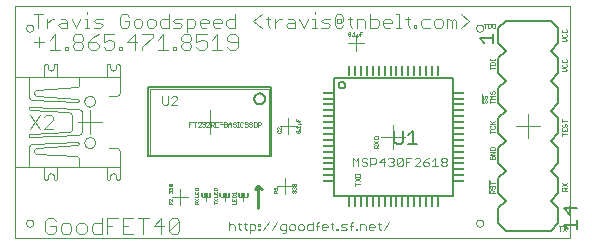
<source format=gto>
G75*
G70*
%OFA0B0*%
%FSLAX24Y24*%
%IPPOS*%
%LPD*%
%AMOC8*
5,1,8,0,0,1.08239X$1,22.5*
%
%ADD10C,0.0000*%
%ADD11C,0.0010*%
%ADD12C,0.0040*%
%ADD13C,0.0030*%
%ADD14C,0.0100*%
%ADD15R,0.0059X0.0118*%
%ADD16R,0.0118X0.0118*%
%ADD17C,0.0060*%
%ADD18C,0.0020*%
%ADD19C,0.0050*%
%ADD20R,0.0110X0.0382*%
%ADD21R,0.0382X0.0110*%
D10*
X000131Y000181D02*
X000131Y007927D01*
X018626Y007927D01*
X018626Y000181D01*
X000131Y000181D01*
X000513Y000681D02*
X000515Y000702D01*
X000521Y000722D01*
X000530Y000742D01*
X000542Y000759D01*
X000557Y000773D01*
X000575Y000785D01*
X000595Y000793D01*
X000615Y000798D01*
X000636Y000799D01*
X000657Y000796D01*
X000677Y000790D01*
X000696Y000779D01*
X000713Y000766D01*
X000726Y000750D01*
X000737Y000732D01*
X000745Y000712D01*
X000749Y000692D01*
X000749Y000670D01*
X000745Y000650D01*
X000737Y000630D01*
X000726Y000612D01*
X000713Y000596D01*
X000696Y000583D01*
X000677Y000572D01*
X000657Y000566D01*
X000636Y000563D01*
X000615Y000564D01*
X000595Y000569D01*
X000575Y000577D01*
X000557Y000589D01*
X000542Y000603D01*
X000530Y000620D01*
X000521Y000640D01*
X000515Y000660D01*
X000513Y000681D01*
X005362Y001556D02*
X005900Y001556D01*
X005631Y001288D02*
X005631Y001825D01*
X006372Y001556D02*
X006640Y001556D01*
X006506Y001422D02*
X006506Y001691D01*
X006997Y001556D02*
X007265Y001556D01*
X007131Y001422D02*
X007131Y001691D01*
X007622Y001556D02*
X007890Y001556D01*
X007756Y001422D02*
X007756Y001691D01*
X008862Y001931D02*
X009400Y001931D01*
X009131Y001663D02*
X009131Y002200D01*
X012356Y003556D02*
X013156Y003556D01*
X012756Y003156D02*
X012756Y003956D01*
X009525Y003931D02*
X008987Y003931D01*
X009256Y003663D02*
X009256Y004200D01*
X007031Y004056D02*
X006231Y004056D01*
X006631Y003656D02*
X006631Y004456D01*
X003031Y004056D02*
X002231Y004056D01*
X002631Y003656D02*
X002631Y004456D01*
X002454Y004745D02*
X002456Y004771D01*
X002462Y004797D01*
X002472Y004822D01*
X002485Y004845D01*
X002501Y004865D01*
X002521Y004883D01*
X002543Y004898D01*
X002566Y004910D01*
X002592Y004918D01*
X002618Y004922D01*
X002644Y004922D01*
X002670Y004918D01*
X002696Y004910D01*
X002720Y004898D01*
X002741Y004883D01*
X002761Y004865D01*
X002777Y004845D01*
X002790Y004822D01*
X002800Y004797D01*
X002806Y004771D01*
X002808Y004745D01*
X002806Y004719D01*
X002800Y004693D01*
X002790Y004668D01*
X002777Y004645D01*
X002761Y004625D01*
X002741Y004607D01*
X002719Y004592D01*
X002696Y004580D01*
X002670Y004572D01*
X002644Y004568D01*
X002618Y004568D01*
X002592Y004572D01*
X002566Y004580D01*
X002542Y004592D01*
X002521Y004607D01*
X002501Y004625D01*
X002485Y004645D01*
X002472Y004668D01*
X002462Y004693D01*
X002456Y004719D01*
X002454Y004745D01*
X002454Y003367D02*
X002456Y003393D01*
X002462Y003419D01*
X002472Y003444D01*
X002485Y003467D01*
X002501Y003487D01*
X002521Y003505D01*
X002543Y003520D01*
X002566Y003532D01*
X002592Y003540D01*
X002618Y003544D01*
X002644Y003544D01*
X002670Y003540D01*
X002696Y003532D01*
X002720Y003520D01*
X002741Y003505D01*
X002761Y003487D01*
X002777Y003467D01*
X002790Y003444D01*
X002800Y003419D01*
X002806Y003393D01*
X002808Y003367D01*
X002806Y003341D01*
X002800Y003315D01*
X002790Y003290D01*
X002777Y003267D01*
X002761Y003247D01*
X002741Y003229D01*
X002719Y003214D01*
X002696Y003202D01*
X002670Y003194D01*
X002644Y003190D01*
X002618Y003190D01*
X002592Y003194D01*
X002566Y003202D01*
X002542Y003214D01*
X002521Y003229D01*
X002501Y003247D01*
X002485Y003267D01*
X002472Y003290D01*
X002462Y003315D01*
X002456Y003341D01*
X002454Y003367D01*
X011237Y006681D02*
X011775Y006681D01*
X011506Y006413D02*
X011506Y006950D01*
X015513Y007181D02*
X015515Y007202D01*
X015521Y007222D01*
X015530Y007242D01*
X015542Y007259D01*
X015557Y007273D01*
X015575Y007285D01*
X015595Y007293D01*
X015615Y007298D01*
X015636Y007299D01*
X015657Y007296D01*
X015677Y007290D01*
X015696Y007279D01*
X015713Y007266D01*
X015726Y007250D01*
X015737Y007232D01*
X015745Y007212D01*
X015749Y007192D01*
X015749Y007170D01*
X015745Y007150D01*
X015737Y007130D01*
X015726Y007112D01*
X015713Y007096D01*
X015696Y007083D01*
X015677Y007072D01*
X015657Y007066D01*
X015636Y007063D01*
X015615Y007064D01*
X015595Y007069D01*
X015575Y007077D01*
X015557Y007089D01*
X015542Y007103D01*
X015530Y007120D01*
X015521Y007140D01*
X015515Y007160D01*
X015513Y007181D01*
X017256Y004331D02*
X017256Y003531D01*
X016856Y003931D02*
X017656Y003931D01*
X015513Y000681D02*
X015515Y000702D01*
X015521Y000722D01*
X015530Y000742D01*
X015542Y000759D01*
X015557Y000773D01*
X015575Y000785D01*
X015595Y000793D01*
X015615Y000798D01*
X015636Y000799D01*
X015657Y000796D01*
X015677Y000790D01*
X015696Y000779D01*
X015713Y000766D01*
X015726Y000750D01*
X015737Y000732D01*
X015745Y000712D01*
X015749Y000692D01*
X015749Y000670D01*
X015745Y000650D01*
X015737Y000630D01*
X015726Y000612D01*
X015713Y000596D01*
X015696Y000583D01*
X015677Y000572D01*
X015657Y000566D01*
X015636Y000563D01*
X015615Y000564D01*
X015595Y000569D01*
X015575Y000577D01*
X015557Y000589D01*
X015542Y000603D01*
X015530Y000620D01*
X015521Y000640D01*
X015515Y000660D01*
X015513Y000681D01*
X000513Y007181D02*
X000515Y007202D01*
X000521Y007222D01*
X000530Y007242D01*
X000542Y007259D01*
X000557Y007273D01*
X000575Y007285D01*
X000595Y007293D01*
X000615Y007298D01*
X000636Y007299D01*
X000657Y007296D01*
X000677Y007290D01*
X000696Y007279D01*
X000713Y007266D01*
X000726Y007250D01*
X000737Y007232D01*
X000745Y007212D01*
X000749Y007192D01*
X000749Y007170D01*
X000745Y007150D01*
X000737Y007130D01*
X000726Y007112D01*
X000713Y007096D01*
X000696Y007083D01*
X000677Y007072D01*
X000657Y007066D01*
X000636Y007063D01*
X000615Y007064D01*
X000595Y007069D01*
X000575Y007077D01*
X000557Y007089D01*
X000542Y007103D01*
X000530Y007120D01*
X000521Y007140D01*
X000515Y007160D01*
X000513Y007181D01*
D11*
X005931Y004052D02*
X006031Y004052D01*
X006078Y004052D02*
X006178Y004052D01*
X006128Y004052D02*
X006128Y003901D01*
X006225Y003901D02*
X006325Y004001D01*
X006325Y004026D01*
X006300Y004052D01*
X006250Y004052D01*
X006225Y004026D01*
X006373Y004026D02*
X006398Y004052D01*
X006448Y004052D01*
X006473Y004026D01*
X006473Y004001D01*
X006448Y003976D01*
X006473Y003951D01*
X006473Y003926D01*
X006448Y003901D01*
X006398Y003901D01*
X006373Y003926D01*
X006325Y003901D02*
X006225Y003901D01*
X006423Y003976D02*
X006448Y003976D01*
X006520Y004026D02*
X006545Y004052D01*
X006595Y004052D01*
X006620Y004026D01*
X006620Y004001D01*
X006520Y003901D01*
X006620Y003901D01*
X006667Y003901D02*
X006667Y004052D01*
X006742Y004052D01*
X006767Y004026D01*
X006767Y003976D01*
X006742Y003951D01*
X006667Y003951D01*
X006717Y003951D02*
X006767Y003901D01*
X006815Y003901D02*
X006915Y003901D01*
X006962Y003976D02*
X007062Y003976D01*
X007109Y003976D02*
X007184Y003976D01*
X007209Y003951D01*
X007209Y003926D01*
X007184Y003901D01*
X007109Y003901D01*
X007109Y004052D01*
X007184Y004052D01*
X007209Y004026D01*
X007209Y004001D01*
X007184Y003976D01*
X007257Y003976D02*
X007357Y003976D01*
X007357Y004001D02*
X007357Y003901D01*
X007404Y003926D02*
X007429Y003901D01*
X007479Y003901D01*
X007504Y003926D01*
X007504Y003951D01*
X007479Y003976D01*
X007429Y003976D01*
X007404Y004001D01*
X007404Y004026D01*
X007429Y004052D01*
X007479Y004052D01*
X007504Y004026D01*
X007551Y004052D02*
X007601Y004052D01*
X007576Y004052D02*
X007576Y003901D01*
X007551Y003901D02*
X007601Y003901D01*
X007649Y003926D02*
X007674Y003901D01*
X007724Y003901D01*
X007749Y003926D01*
X007797Y003926D02*
X007822Y003901D01*
X007872Y003901D01*
X007897Y003926D01*
X007897Y003951D01*
X007872Y003976D01*
X007822Y003976D01*
X007797Y004001D01*
X007797Y004026D01*
X007822Y004052D01*
X007872Y004052D01*
X007897Y004026D01*
X007944Y004026D02*
X007944Y004001D01*
X007969Y003976D01*
X008019Y003976D01*
X008044Y003951D01*
X008044Y003926D01*
X008019Y003901D01*
X007969Y003901D01*
X007944Y003926D01*
X008091Y003926D02*
X008116Y003901D01*
X008166Y003901D01*
X008191Y003926D01*
X008191Y004026D01*
X008166Y004052D01*
X008116Y004052D01*
X008091Y004026D01*
X008091Y003926D01*
X008239Y003901D02*
X008239Y004052D01*
X008314Y004052D01*
X008339Y004026D01*
X008339Y003976D01*
X008314Y003951D01*
X008239Y003951D01*
X008044Y004026D02*
X008019Y004052D01*
X007969Y004052D01*
X007944Y004026D01*
X007749Y004026D02*
X007724Y004052D01*
X007674Y004052D01*
X007649Y004026D01*
X007649Y003926D01*
X007357Y004001D02*
X007307Y004052D01*
X007257Y004001D01*
X007257Y003901D01*
X006815Y003901D02*
X006815Y004052D01*
X005981Y003976D02*
X005931Y003976D01*
X005931Y003901D02*
X005931Y004052D01*
X008886Y003859D02*
X008886Y003821D01*
X008905Y003801D01*
X008905Y003763D02*
X008886Y003744D01*
X008886Y003706D01*
X008905Y003686D01*
X008982Y003686D01*
X009001Y003706D01*
X009001Y003744D01*
X008982Y003763D01*
X009001Y003801D02*
X008924Y003878D01*
X008905Y003878D01*
X008886Y003859D01*
X009001Y003878D02*
X009001Y003801D01*
X009511Y003744D02*
X009530Y003763D01*
X009607Y003686D01*
X009626Y003706D01*
X009626Y003744D01*
X009607Y003763D01*
X009530Y003763D01*
X009511Y003744D02*
X009511Y003706D01*
X009530Y003686D01*
X009607Y003686D01*
X009607Y003801D02*
X009607Y003821D01*
X009626Y003821D01*
X009626Y003801D01*
X009607Y003801D01*
X009626Y003859D02*
X009626Y003936D01*
X009626Y003897D02*
X009511Y003897D01*
X009549Y003859D01*
X009569Y003993D02*
X009607Y003993D01*
X009645Y003993D01*
X009664Y003974D01*
X009626Y004012D02*
X009626Y004032D01*
X009607Y004051D01*
X009569Y004051D01*
X009569Y004089D02*
X009569Y004127D01*
X009626Y004089D02*
X009511Y004089D01*
X009511Y004166D01*
X009626Y004012D02*
X009607Y003993D01*
X012101Y003556D02*
X012101Y003481D01*
X012251Y003481D01*
X012251Y003556D01*
X012226Y003581D01*
X012126Y003581D01*
X012101Y003556D01*
X012101Y003434D02*
X012251Y003334D01*
X012251Y003286D02*
X012201Y003236D01*
X012201Y003261D02*
X012201Y003186D01*
X012251Y003186D02*
X012101Y003186D01*
X012101Y003261D01*
X012126Y003286D01*
X012176Y003286D01*
X012201Y003261D01*
X012101Y003334D02*
X012251Y003434D01*
X011601Y002331D02*
X011501Y002331D01*
X011476Y002306D01*
X011476Y002231D01*
X011626Y002231D01*
X011626Y002306D01*
X011601Y002331D01*
X011626Y002184D02*
X011476Y002084D01*
X011476Y002036D02*
X011476Y001936D01*
X011476Y001986D02*
X011626Y001986D01*
X011626Y002084D02*
X011476Y002184D01*
X009501Y001974D02*
X009501Y001936D01*
X009482Y001916D01*
X009405Y001993D01*
X009482Y001993D01*
X009501Y001974D01*
X009482Y001916D02*
X009405Y001916D01*
X009386Y001936D01*
X009386Y001974D01*
X009405Y001993D01*
X009405Y001878D02*
X009386Y001859D01*
X009386Y001821D01*
X009405Y001801D01*
X009405Y001763D02*
X009386Y001744D01*
X009386Y001706D01*
X009405Y001686D01*
X009444Y001725D02*
X009444Y001744D01*
X009463Y001763D01*
X009482Y001763D01*
X009501Y001744D01*
X009501Y001706D01*
X009482Y001686D01*
X009444Y001744D02*
X009424Y001763D01*
X009405Y001763D01*
X009482Y001801D02*
X009501Y001821D01*
X009501Y001859D01*
X009482Y001878D01*
X009463Y001878D01*
X009444Y001859D01*
X009444Y001840D01*
X009444Y001859D02*
X009424Y001878D01*
X009405Y001878D01*
X008876Y001878D02*
X008876Y001801D01*
X008876Y001763D02*
X008838Y001725D01*
X008838Y001744D02*
X008838Y001686D01*
X008876Y001686D02*
X008761Y001686D01*
X008761Y001744D01*
X008780Y001763D01*
X008819Y001763D01*
X008838Y001744D01*
X008799Y001801D02*
X008761Y001840D01*
X008876Y001840D01*
X007501Y001733D02*
X007501Y001657D01*
X007501Y001695D02*
X007386Y001695D01*
X007424Y001657D01*
X007405Y001618D02*
X007386Y001599D01*
X007386Y001541D01*
X007501Y001541D01*
X007501Y001599D01*
X007482Y001618D01*
X007405Y001618D01*
X007386Y001503D02*
X007386Y001426D01*
X007501Y001426D01*
X007501Y001503D01*
X007444Y001465D02*
X007444Y001426D01*
X007501Y001388D02*
X007501Y001311D01*
X007386Y001311D01*
X006876Y001350D02*
X006761Y001350D01*
X006761Y001388D02*
X006761Y001311D01*
X006761Y001426D02*
X006876Y001503D01*
X006876Y001541D02*
X006876Y001618D01*
X006876Y001657D02*
X006876Y001733D01*
X006876Y001772D02*
X006876Y001829D01*
X006857Y001848D01*
X006780Y001848D01*
X006761Y001829D01*
X006761Y001772D01*
X006876Y001772D01*
X006819Y001695D02*
X006819Y001657D01*
X006876Y001657D02*
X006761Y001657D01*
X006761Y001733D01*
X006761Y001541D02*
X006876Y001541D01*
X006876Y001426D02*
X006761Y001503D01*
X006251Y001503D02*
X006136Y001426D01*
X006155Y001388D02*
X006136Y001369D01*
X006136Y001311D01*
X006251Y001311D01*
X006213Y001311D02*
X006213Y001369D01*
X006194Y001388D01*
X006155Y001388D01*
X006213Y001350D02*
X006251Y001388D01*
X006251Y001426D02*
X006136Y001503D01*
X006136Y001541D02*
X006251Y001541D01*
X006251Y001618D01*
X006251Y001657D02*
X006251Y001733D01*
X006251Y001772D02*
X006136Y001772D01*
X006136Y001829D01*
X006155Y001848D01*
X006232Y001848D01*
X006251Y001829D01*
X006251Y001772D01*
X006194Y001695D02*
X006194Y001657D01*
X006251Y001657D02*
X006136Y001657D01*
X006136Y001733D01*
X005376Y001741D02*
X005376Y001705D01*
X005358Y001686D01*
X005321Y001723D02*
X005321Y001741D01*
X005339Y001760D01*
X005358Y001760D01*
X005376Y001741D01*
X005321Y001741D02*
X005303Y001760D01*
X005284Y001760D01*
X005266Y001741D01*
X005266Y001705D01*
X005284Y001686D01*
X005284Y001797D02*
X005266Y001815D01*
X005266Y001852D01*
X005284Y001870D01*
X005303Y001870D01*
X005321Y001852D01*
X005339Y001870D01*
X005358Y001870D01*
X005376Y001852D01*
X005376Y001815D01*
X005358Y001797D01*
X005321Y001834D02*
X005321Y001852D01*
X005358Y001907D02*
X005284Y001981D01*
X005358Y001981D01*
X005376Y001962D01*
X005376Y001926D01*
X005358Y001907D01*
X005284Y001907D01*
X005266Y001926D01*
X005266Y001962D01*
X005284Y001981D01*
X005284Y001495D02*
X005266Y001477D01*
X005266Y001440D01*
X005284Y001422D01*
X005284Y001385D02*
X005321Y001385D01*
X005339Y001366D01*
X005339Y001311D01*
X005376Y001311D02*
X005266Y001311D01*
X005266Y001366D01*
X005284Y001385D01*
X005339Y001348D02*
X005376Y001385D01*
X005376Y001422D02*
X005303Y001495D01*
X005284Y001495D01*
X005376Y001495D02*
X005376Y001422D01*
X015706Y004681D02*
X015706Y004976D01*
X015751Y004934D02*
X015726Y004909D01*
X015726Y004859D01*
X015751Y004834D01*
X015776Y004834D01*
X015801Y004859D01*
X015801Y004909D01*
X015826Y004934D01*
X015851Y004934D01*
X015876Y004909D01*
X015876Y004859D01*
X015851Y004834D01*
X015851Y004786D02*
X015876Y004761D01*
X015876Y004711D01*
X015851Y004686D01*
X015801Y004711D02*
X015801Y004761D01*
X015826Y004786D01*
X015851Y004786D01*
X015801Y004711D02*
X015776Y004686D01*
X015751Y004686D01*
X015726Y004711D01*
X015726Y004761D01*
X015751Y004786D01*
X015976Y004786D02*
X015976Y004686D01*
X015976Y004736D02*
X016126Y004736D01*
X016126Y004834D02*
X015976Y004834D01*
X016026Y004884D01*
X015976Y004934D01*
X016126Y004934D01*
X016101Y004981D02*
X016126Y005006D01*
X016126Y005056D01*
X016101Y005081D01*
X016076Y005081D01*
X016051Y005056D01*
X016051Y005006D01*
X016026Y004981D01*
X016001Y004981D01*
X015976Y005006D01*
X015976Y005056D01*
X016001Y005081D01*
X015976Y005811D02*
X015976Y005911D01*
X015976Y005959D02*
X015976Y006034D01*
X016001Y006059D01*
X016101Y006059D01*
X016126Y006034D01*
X016126Y005959D01*
X015976Y005959D01*
X015976Y005861D02*
X016126Y005861D01*
X016126Y006106D02*
X016126Y006156D01*
X016126Y006131D02*
X015976Y006131D01*
X015976Y006106D02*
X015976Y006156D01*
X018386Y006114D02*
X018386Y006064D01*
X018411Y006039D01*
X018511Y006039D01*
X018536Y006064D01*
X018536Y006114D01*
X018511Y006139D01*
X018411Y006139D02*
X018386Y006114D01*
X018411Y005992D02*
X018386Y005967D01*
X018386Y005917D01*
X018411Y005892D01*
X018511Y005892D01*
X018536Y005917D01*
X018536Y005967D01*
X018511Y005992D01*
X018486Y005845D02*
X018386Y005845D01*
X018486Y005845D02*
X018536Y005794D01*
X018486Y005744D01*
X018386Y005744D01*
X018386Y006744D02*
X018486Y006744D01*
X018536Y006794D01*
X018486Y006845D01*
X018386Y006845D01*
X018411Y006892D02*
X018511Y006892D01*
X018536Y006917D01*
X018536Y006967D01*
X018511Y006992D01*
X018511Y007039D02*
X018536Y007064D01*
X018536Y007114D01*
X018511Y007139D01*
X018511Y007039D02*
X018411Y007039D01*
X018386Y007064D01*
X018386Y007114D01*
X018411Y007139D01*
X018411Y006992D02*
X018386Y006967D01*
X018386Y006917D01*
X018411Y006892D01*
X016156Y007211D02*
X016156Y007311D01*
X016131Y007337D01*
X016081Y007337D01*
X016056Y007311D01*
X016056Y007211D01*
X016081Y007186D01*
X016131Y007186D01*
X016156Y007211D01*
X016008Y007211D02*
X016008Y007311D01*
X015983Y007337D01*
X015908Y007337D01*
X015908Y007186D01*
X015983Y007186D01*
X016008Y007211D01*
X015811Y007186D02*
X015811Y007337D01*
X015761Y007337D02*
X015861Y007337D01*
X011723Y007051D02*
X011646Y007051D01*
X011646Y006936D01*
X011608Y006956D02*
X011608Y006994D01*
X011646Y006994D02*
X011684Y006994D01*
X011608Y006956D02*
X011588Y006936D01*
X011569Y006936D01*
X011550Y006956D01*
X011550Y006917D01*
X011531Y006898D01*
X011493Y006936D02*
X011416Y006936D01*
X011454Y006936D02*
X011454Y007051D01*
X011416Y007013D01*
X011377Y006956D02*
X011377Y006936D01*
X011358Y006936D01*
X011358Y006956D01*
X011377Y006956D01*
X011320Y006956D02*
X011320Y007032D01*
X011243Y006956D01*
X011262Y006936D01*
X011301Y006936D01*
X011320Y006956D01*
X011320Y007032D02*
X011301Y007051D01*
X011262Y007051D01*
X011243Y007032D01*
X011243Y006956D01*
X011550Y006956D02*
X011550Y006994D01*
X018386Y004139D02*
X018386Y004039D01*
X018386Y004089D02*
X018536Y004089D01*
X018511Y003992D02*
X018536Y003967D01*
X018536Y003917D01*
X018511Y003892D01*
X018536Y003845D02*
X018536Y003744D01*
X018386Y003744D01*
X018386Y003845D01*
X018411Y003892D02*
X018436Y003892D01*
X018461Y003917D01*
X018461Y003967D01*
X018486Y003992D01*
X018511Y003992D01*
X018411Y003992D02*
X018386Y003967D01*
X018386Y003917D01*
X018411Y003892D01*
X018461Y003794D02*
X018461Y003744D01*
X018386Y003697D02*
X018386Y003597D01*
X018386Y003647D02*
X018536Y003647D01*
X016126Y003736D02*
X015976Y003736D01*
X015976Y003686D02*
X015976Y003786D01*
X016001Y003834D02*
X016101Y003834D01*
X016126Y003859D01*
X016126Y003909D01*
X016101Y003934D01*
X016076Y003981D02*
X015976Y004081D01*
X015976Y003981D02*
X016126Y003981D01*
X016051Y004006D02*
X016126Y004081D01*
X016001Y003934D02*
X015976Y003909D01*
X015976Y003859D01*
X016001Y003834D01*
X016001Y003206D02*
X015976Y003181D01*
X015976Y003106D01*
X016126Y003106D01*
X016126Y003181D01*
X016101Y003206D01*
X016001Y003206D01*
X015976Y003059D02*
X016126Y003059D01*
X015976Y002959D01*
X016126Y002959D01*
X016101Y002911D02*
X016126Y002886D01*
X016126Y002836D01*
X016101Y002811D01*
X016001Y002811D01*
X015976Y002836D01*
X015976Y002886D01*
X016001Y002911D01*
X016051Y002911D02*
X016051Y002861D01*
X016051Y002911D02*
X016101Y002911D01*
X015956Y002123D02*
X015956Y001681D01*
X015976Y001686D02*
X015976Y001761D01*
X016001Y001786D01*
X016051Y001786D01*
X016076Y001761D01*
X016076Y001686D01*
X016126Y001686D02*
X015976Y001686D01*
X016076Y001736D02*
X016126Y001786D01*
X016101Y001834D02*
X016126Y001859D01*
X016126Y001909D01*
X016101Y001934D01*
X016076Y001934D01*
X016051Y001909D01*
X016051Y001859D01*
X016026Y001834D01*
X016001Y001834D01*
X015976Y001859D01*
X015976Y001909D01*
X016001Y001934D01*
X015976Y001981D02*
X015976Y002081D01*
X015976Y002031D02*
X016126Y002031D01*
X018386Y002014D02*
X018536Y001914D01*
X018536Y001867D02*
X018486Y001817D01*
X018486Y001842D02*
X018486Y001767D01*
X018536Y001767D02*
X018386Y001767D01*
X018386Y001842D01*
X018411Y001867D01*
X018461Y001867D01*
X018486Y001842D01*
X018386Y001914D02*
X018536Y002014D01*
X018508Y000587D02*
X018408Y000436D01*
X018311Y000436D02*
X018311Y000587D01*
X018261Y000587D02*
X018361Y000587D01*
X018408Y000587D02*
X018508Y000436D01*
D12*
X005623Y000413D02*
X005536Y000326D01*
X005363Y000326D01*
X005276Y000413D01*
X005623Y000760D01*
X005623Y000413D01*
X005276Y000413D02*
X005276Y000760D01*
X005363Y000847D01*
X005536Y000847D01*
X005623Y000760D01*
X005107Y000587D02*
X004760Y000587D01*
X005021Y000847D01*
X005021Y000326D01*
X004418Y000326D02*
X004418Y000847D01*
X004245Y000847D02*
X004592Y000847D01*
X004076Y000847D02*
X003729Y000847D01*
X003729Y000326D01*
X004076Y000326D01*
X003903Y000587D02*
X003729Y000587D01*
X003387Y000587D02*
X003214Y000587D01*
X003045Y000673D02*
X002785Y000673D01*
X002698Y000587D01*
X002698Y000413D01*
X002785Y000326D01*
X003045Y000326D01*
X003045Y000847D01*
X003214Y000847D02*
X003560Y000847D01*
X003214Y000847D02*
X003214Y000326D01*
X002529Y000413D02*
X002529Y000587D01*
X002442Y000673D01*
X002269Y000673D01*
X002182Y000587D01*
X002182Y000413D01*
X002269Y000326D01*
X002442Y000326D01*
X002529Y000413D01*
X002014Y000413D02*
X001927Y000326D01*
X001753Y000326D01*
X001667Y000413D01*
X001667Y000587D01*
X001753Y000673D01*
X001927Y000673D01*
X002014Y000587D01*
X002014Y000413D01*
X001498Y000413D02*
X001411Y000326D01*
X001238Y000326D01*
X001151Y000413D01*
X001151Y000760D01*
X001238Y000847D01*
X001411Y000847D01*
X001498Y000760D01*
X001498Y000587D02*
X001324Y000587D01*
X001498Y000587D02*
X001498Y000413D01*
X001494Y002127D02*
X001494Y002127D01*
X001507Y002128D01*
X001520Y002133D01*
X001532Y002140D01*
X001542Y002150D01*
X001549Y002162D01*
X001554Y002175D01*
X001555Y002188D01*
X001555Y002558D01*
X000131Y002558D01*
X000131Y005555D01*
X003635Y005555D01*
X003635Y005058D01*
X003633Y005036D01*
X003628Y005014D01*
X003619Y004993D01*
X003608Y004974D01*
X003593Y004957D01*
X003576Y004942D01*
X003557Y004931D01*
X003536Y004922D01*
X003514Y004917D01*
X003492Y004915D01*
X003282Y004915D01*
X002261Y005257D02*
X002261Y005533D01*
X002261Y005256D02*
X002260Y005244D01*
X002256Y005233D01*
X002249Y005223D01*
X002240Y005215D01*
X002229Y005209D01*
X002217Y005207D01*
X000876Y005119D01*
X000858Y005117D01*
X000840Y005112D01*
X000824Y005103D01*
X000809Y005091D01*
X000797Y005077D01*
X000788Y005061D01*
X000782Y005043D01*
X000780Y005025D01*
X000781Y005006D01*
X000786Y004988D01*
X000794Y004972D01*
X000805Y004957D01*
X000819Y004944D01*
X000835Y004935D01*
X000852Y004928D01*
X000871Y004925D01*
X000870Y004926D02*
X002206Y004837D01*
X002220Y004835D01*
X002232Y004829D01*
X002244Y004820D01*
X002252Y004810D01*
X002258Y004797D01*
X002261Y004783D01*
X002260Y004769D01*
X002256Y004756D01*
X002249Y004744D01*
X002239Y004734D01*
X002228Y004726D01*
X002214Y004722D01*
X002200Y004721D01*
X000754Y004788D01*
X000738Y004788D01*
X000716Y004790D01*
X000695Y004795D01*
X000675Y004803D01*
X000657Y004814D01*
X000640Y004828D01*
X000626Y004845D01*
X000615Y004863D01*
X000607Y004883D01*
X000602Y004904D01*
X000600Y004926D01*
X000600Y005533D01*
X001113Y005555D02*
X001113Y005925D01*
X001114Y005938D01*
X001119Y005951D01*
X001126Y005963D01*
X001136Y005973D01*
X001148Y005980D01*
X001161Y005985D01*
X001174Y005986D01*
X001174Y005985D02*
X001174Y005985D01*
X001189Y005983D01*
X001203Y005978D01*
X001215Y005971D01*
X001226Y005960D01*
X001233Y005948D01*
X001238Y005934D01*
X001240Y005919D01*
X001240Y005858D01*
X001242Y005841D01*
X001247Y005824D01*
X001255Y005809D01*
X001266Y005796D01*
X001279Y005785D01*
X001294Y005777D01*
X001311Y005772D01*
X001328Y005770D01*
X001339Y005770D01*
X001356Y005772D01*
X001373Y005777D01*
X001388Y005785D01*
X001401Y005796D01*
X001412Y005809D01*
X001420Y005824D01*
X001425Y005841D01*
X001427Y005858D01*
X001428Y005858D02*
X001428Y005925D01*
X001427Y005925D02*
X001429Y005939D01*
X001433Y005951D01*
X001440Y005963D01*
X001450Y005973D01*
X001462Y005980D01*
X001474Y005984D01*
X001488Y005986D01*
X001488Y005985D02*
X001503Y005983D01*
X001517Y005978D01*
X001529Y005971D01*
X001540Y005960D01*
X001547Y005948D01*
X001552Y005934D01*
X001554Y005919D01*
X001555Y005919D02*
X001555Y005577D01*
X003194Y005555D02*
X003194Y005925D01*
X003193Y005925D02*
X003195Y005938D01*
X003199Y005951D01*
X003206Y005963D01*
X003216Y005973D01*
X003228Y005980D01*
X003241Y005985D01*
X003254Y005986D01*
X003255Y005985D02*
X003255Y005985D01*
X003270Y005983D01*
X003284Y005978D01*
X003296Y005971D01*
X003307Y005960D01*
X003314Y005948D01*
X003319Y005934D01*
X003321Y005919D01*
X003321Y005858D01*
X003323Y005841D01*
X003328Y005824D01*
X003336Y005809D01*
X003347Y005796D01*
X003360Y005785D01*
X003375Y005777D01*
X003392Y005772D01*
X003409Y005770D01*
X003420Y005770D01*
X003437Y005772D01*
X003454Y005777D01*
X003469Y005785D01*
X003482Y005796D01*
X003493Y005809D01*
X003501Y005824D01*
X003506Y005841D01*
X003508Y005858D01*
X003509Y005858D02*
X003509Y005925D01*
X003508Y005925D02*
X003510Y005939D01*
X003514Y005951D01*
X003521Y005963D01*
X003531Y005973D01*
X003543Y005980D01*
X003555Y005984D01*
X003569Y005986D01*
X003569Y005985D02*
X003584Y005983D01*
X003598Y005978D01*
X003610Y005971D01*
X003621Y005960D01*
X003628Y005948D01*
X003633Y005934D01*
X003635Y005919D01*
X003635Y005549D01*
X003612Y006451D02*
X003699Y006451D01*
X003699Y006538D01*
X003612Y006538D01*
X003612Y006451D01*
X003443Y006538D02*
X003357Y006451D01*
X003183Y006451D01*
X003096Y006538D01*
X002928Y006538D02*
X002928Y006625D01*
X002841Y006712D01*
X002581Y006712D01*
X002581Y006538D01*
X002667Y006451D01*
X002841Y006451D01*
X002928Y006538D01*
X003096Y006712D02*
X003270Y006798D01*
X003357Y006798D01*
X003443Y006712D01*
X003443Y006538D01*
X003096Y006712D02*
X003096Y006972D01*
X003443Y006972D01*
X002928Y006972D02*
X002754Y006885D01*
X002581Y006712D01*
X002412Y006798D02*
X002325Y006712D01*
X002152Y006712D01*
X002065Y006798D01*
X002065Y006885D01*
X002152Y006972D01*
X002325Y006972D01*
X002412Y006885D01*
X002412Y006798D01*
X002325Y006712D02*
X002412Y006625D01*
X002412Y006538D01*
X002325Y006451D01*
X002152Y006451D01*
X002065Y006538D01*
X002065Y006625D01*
X002152Y006712D01*
X001894Y006538D02*
X001894Y006451D01*
X001807Y006451D01*
X001807Y006538D01*
X001894Y006538D01*
X001639Y006451D02*
X001292Y006451D01*
X001465Y006451D02*
X001465Y006972D01*
X001292Y006798D01*
X001123Y006712D02*
X000776Y006712D01*
X000949Y006885D02*
X000949Y006538D01*
X000923Y007201D02*
X000923Y007642D01*
X000776Y007642D02*
X001070Y007642D01*
X001218Y007495D02*
X001218Y007201D01*
X001218Y007348D02*
X001365Y007495D01*
X001438Y007495D01*
X001660Y007495D02*
X001806Y007495D01*
X001880Y007422D01*
X001880Y007201D01*
X001660Y007201D01*
X001586Y007275D01*
X001660Y007348D01*
X001880Y007348D01*
X002028Y007495D02*
X002175Y007201D01*
X002322Y007495D01*
X002470Y007495D02*
X002544Y007495D01*
X002544Y007201D01*
X002617Y007201D02*
X002470Y007201D01*
X002765Y007201D02*
X002985Y007201D01*
X003058Y007275D01*
X002985Y007348D01*
X002838Y007348D01*
X002765Y007422D01*
X002838Y007495D01*
X003058Y007495D01*
X002544Y007642D02*
X002544Y007715D01*
X003649Y007568D02*
X003649Y007275D01*
X003722Y007201D01*
X003869Y007201D01*
X003942Y007275D01*
X003942Y007422D01*
X003796Y007422D01*
X003942Y007568D02*
X003869Y007642D01*
X003722Y007642D01*
X003649Y007568D01*
X004091Y007422D02*
X004091Y007275D01*
X004164Y007201D01*
X004311Y007201D01*
X004384Y007275D01*
X004384Y007422D01*
X004311Y007495D01*
X004164Y007495D01*
X004091Y007422D01*
X004533Y007422D02*
X004533Y007275D01*
X004606Y007201D01*
X004753Y007201D01*
X004826Y007275D01*
X004826Y007422D01*
X004753Y007495D01*
X004606Y007495D01*
X004533Y007422D01*
X004975Y007422D02*
X004975Y007275D01*
X005048Y007201D01*
X005268Y007201D01*
X005268Y007642D01*
X005268Y007495D02*
X005048Y007495D01*
X004975Y007422D01*
X005417Y007422D02*
X005490Y007348D01*
X005637Y007348D01*
X005710Y007275D01*
X005637Y007201D01*
X005417Y007201D01*
X005859Y007201D02*
X006079Y007201D01*
X006152Y007275D01*
X006152Y007422D01*
X006079Y007495D01*
X005859Y007495D01*
X005859Y007055D01*
X005935Y006972D02*
X006021Y006885D01*
X006021Y006798D01*
X005935Y006712D01*
X005761Y006712D01*
X005674Y006798D01*
X005674Y006885D01*
X005761Y006972D01*
X005935Y006972D01*
X006190Y006972D02*
X006190Y006712D01*
X006364Y006798D01*
X006450Y006798D01*
X006537Y006712D01*
X006537Y006538D01*
X006450Y006451D01*
X006277Y006451D01*
X006190Y006538D01*
X006021Y006538D02*
X006021Y006625D01*
X005935Y006712D01*
X005761Y006712D02*
X005674Y006625D01*
X005674Y006538D01*
X005761Y006451D01*
X005935Y006451D01*
X006021Y006538D01*
X005503Y006538D02*
X005503Y006451D01*
X005417Y006451D01*
X005417Y006538D01*
X005503Y006538D01*
X005248Y006451D02*
X004901Y006451D01*
X005074Y006451D02*
X005074Y006972D01*
X004901Y006798D01*
X004732Y006885D02*
X004385Y006538D01*
X004385Y006451D01*
X004130Y006451D02*
X004130Y006972D01*
X003870Y006712D01*
X004217Y006712D01*
X004385Y006972D02*
X004732Y006972D01*
X004732Y006885D01*
X005417Y007422D02*
X005490Y007495D01*
X005710Y007495D01*
X006301Y007422D02*
X006301Y007275D01*
X006374Y007201D01*
X006521Y007201D01*
X006594Y007348D02*
X006301Y007348D01*
X006301Y007422D02*
X006374Y007495D01*
X006521Y007495D01*
X006594Y007422D01*
X006594Y007348D01*
X006743Y007348D02*
X007036Y007348D01*
X007036Y007422D01*
X006963Y007495D01*
X006816Y007495D01*
X006743Y007422D01*
X006743Y007275D01*
X006816Y007201D01*
X006963Y007201D01*
X007185Y007275D02*
X007185Y007422D01*
X007258Y007495D01*
X007478Y007495D01*
X007478Y007642D02*
X007478Y007201D01*
X007258Y007201D01*
X007185Y007275D01*
X007308Y006972D02*
X007221Y006885D01*
X007221Y006798D01*
X007308Y006712D01*
X007568Y006712D01*
X007568Y006885D02*
X007568Y006538D01*
X007482Y006451D01*
X007308Y006451D01*
X007221Y006538D01*
X007053Y006451D02*
X006706Y006451D01*
X006879Y006451D02*
X006879Y006972D01*
X006706Y006798D01*
X006537Y006972D02*
X006190Y006972D01*
X007308Y006972D02*
X007482Y006972D01*
X007568Y006885D01*
X008069Y007422D02*
X008362Y007201D01*
X008584Y007275D02*
X008657Y007201D01*
X008584Y007275D02*
X008584Y007568D01*
X008510Y007495D02*
X008657Y007495D01*
X008805Y007495D02*
X008805Y007201D01*
X008805Y007348D02*
X008952Y007495D01*
X009025Y007495D01*
X009247Y007495D02*
X009394Y007495D01*
X009467Y007422D01*
X009467Y007201D01*
X009247Y007201D01*
X009173Y007275D01*
X009247Y007348D01*
X009467Y007348D01*
X009615Y007495D02*
X009762Y007201D01*
X009909Y007495D01*
X010057Y007495D02*
X010131Y007495D01*
X010131Y007201D01*
X010204Y007201D02*
X010057Y007201D01*
X010352Y007201D02*
X010572Y007201D01*
X010646Y007275D01*
X010572Y007348D01*
X010425Y007348D01*
X010352Y007422D01*
X010425Y007495D01*
X010646Y007495D01*
X010794Y007568D02*
X010867Y007642D01*
X011014Y007642D01*
X011088Y007568D01*
X011088Y007422D01*
X011014Y007348D01*
X011014Y007495D01*
X010867Y007495D01*
X010867Y007348D01*
X011014Y007348D01*
X011088Y007275D02*
X011014Y007201D01*
X010867Y007201D01*
X010794Y007275D01*
X010794Y007568D01*
X011236Y007495D02*
X011383Y007495D01*
X011309Y007568D02*
X011309Y007275D01*
X011383Y007201D01*
X011531Y007201D02*
X011531Y007495D01*
X011751Y007495D01*
X011824Y007422D01*
X011824Y007201D01*
X011973Y007201D02*
X012193Y007201D01*
X012266Y007275D01*
X012266Y007422D01*
X012193Y007495D01*
X011973Y007495D01*
X011973Y007642D02*
X011973Y007201D01*
X012415Y007275D02*
X012415Y007422D01*
X012488Y007495D01*
X012635Y007495D01*
X012708Y007422D01*
X012708Y007348D01*
X012415Y007348D01*
X012415Y007275D02*
X012488Y007201D01*
X012635Y007201D01*
X012856Y007201D02*
X013003Y007201D01*
X012930Y007201D02*
X012930Y007642D01*
X012856Y007642D01*
X013151Y007495D02*
X013298Y007495D01*
X013225Y007568D02*
X013225Y007275D01*
X013298Y007201D01*
X013446Y007201D02*
X013446Y007275D01*
X013519Y007275D01*
X013519Y007201D01*
X013446Y007201D01*
X013667Y007275D02*
X013740Y007201D01*
X013960Y007201D01*
X014109Y007275D02*
X014182Y007201D01*
X014329Y007201D01*
X014402Y007275D01*
X014402Y007422D01*
X014329Y007495D01*
X014182Y007495D01*
X014109Y007422D01*
X014109Y007275D01*
X013740Y007495D02*
X013667Y007422D01*
X013667Y007275D01*
X013740Y007495D02*
X013960Y007495D01*
X014551Y007495D02*
X014624Y007495D01*
X014697Y007422D01*
X014771Y007495D01*
X014844Y007422D01*
X014844Y007201D01*
X014697Y007201D02*
X014697Y007422D01*
X014551Y007495D02*
X014551Y007201D01*
X014993Y007201D02*
X015286Y007422D01*
X014993Y007642D01*
X010131Y007715D02*
X010131Y007642D01*
X008362Y007642D02*
X008069Y007422D01*
X002245Y004484D02*
X000661Y004567D01*
X000647Y004566D01*
X000634Y004561D01*
X000623Y004553D01*
X000614Y004543D01*
X000608Y004530D01*
X000605Y004517D01*
X000606Y004503D01*
X000611Y004490D01*
X000619Y004479D01*
X000629Y004470D01*
X000642Y004464D01*
X000655Y004461D01*
X000655Y004462D02*
X001880Y004396D01*
X001904Y004394D01*
X001928Y004389D01*
X001951Y004381D01*
X001972Y004369D01*
X001992Y004354D01*
X002009Y004337D01*
X002024Y004317D01*
X002036Y004296D01*
X002044Y004273D01*
X002049Y004249D01*
X002051Y004225D01*
X002051Y003877D01*
X002052Y003877D02*
X002050Y003853D01*
X002045Y003830D01*
X002037Y003808D01*
X002026Y003787D01*
X002011Y003768D01*
X001995Y003752D01*
X001976Y003737D01*
X001955Y003726D01*
X001933Y003718D01*
X001910Y003713D01*
X001886Y003711D01*
X001858Y003711D01*
X000661Y003656D01*
X000660Y003656D02*
X000647Y003654D01*
X000634Y003648D01*
X000623Y003639D01*
X000615Y003628D01*
X000610Y003615D01*
X000608Y003601D01*
X000610Y003587D01*
X000615Y003574D01*
X000623Y003563D01*
X000634Y003554D01*
X000647Y003548D01*
X000660Y003546D01*
X000661Y003546D02*
X002234Y003629D01*
X002234Y003628D02*
X002257Y003630D01*
X002278Y003635D01*
X002299Y003644D01*
X002319Y003656D01*
X002336Y003670D01*
X002350Y003687D01*
X002362Y003707D01*
X002371Y003728D01*
X002376Y003749D01*
X002378Y003772D01*
X002377Y003772D02*
X002377Y004352D01*
X002375Y004373D01*
X002370Y004393D01*
X002362Y004412D01*
X002352Y004430D01*
X002338Y004446D01*
X002322Y004460D01*
X002304Y004470D01*
X002285Y004478D01*
X002265Y004483D01*
X002244Y004485D01*
X001418Y004210D02*
X001418Y004133D01*
X001111Y003826D01*
X001418Y003826D01*
X000958Y003826D02*
X000651Y004287D01*
X000958Y004287D02*
X000651Y003826D01*
X001111Y004210D02*
X001188Y004287D01*
X001342Y004287D01*
X001418Y004210D01*
X000754Y003325D02*
X002200Y003391D01*
X002214Y003390D01*
X002228Y003386D01*
X002239Y003378D01*
X002249Y003368D01*
X002256Y003356D01*
X002260Y003343D01*
X002261Y003329D01*
X002258Y003315D01*
X002252Y003302D01*
X002244Y003292D01*
X002232Y003283D01*
X002220Y003277D01*
X002206Y003275D01*
X000870Y003187D01*
X000871Y003188D02*
X000852Y003185D01*
X000835Y003178D01*
X000819Y003169D01*
X000805Y003156D01*
X000794Y003141D01*
X000786Y003125D01*
X000781Y003107D01*
X000780Y003088D01*
X000782Y003070D01*
X000788Y003052D01*
X000797Y003036D01*
X000809Y003022D01*
X000824Y003010D01*
X000840Y003001D01*
X000858Y002996D01*
X000876Y002994D01*
X002217Y002906D01*
X002217Y002905D02*
X002229Y002903D01*
X002240Y002897D01*
X002249Y002889D01*
X002256Y002879D01*
X002260Y002868D01*
X002261Y002856D01*
X002261Y002580D01*
X001555Y002558D02*
X003635Y002558D01*
X003635Y002188D01*
X003636Y002188D02*
X003635Y002175D01*
X003630Y002162D01*
X003623Y002150D01*
X003613Y002140D01*
X003601Y002133D01*
X003588Y002128D01*
X003575Y002127D01*
X003575Y002127D01*
X003575Y002128D02*
X003560Y002130D01*
X003546Y002135D01*
X003534Y002142D01*
X003523Y002153D01*
X003516Y002165D01*
X003511Y002179D01*
X003509Y002194D01*
X003508Y002194D02*
X003508Y002254D01*
X003506Y002271D01*
X003501Y002288D01*
X003493Y002303D01*
X003482Y002316D01*
X003469Y002327D01*
X003454Y002335D01*
X003437Y002340D01*
X003420Y002342D01*
X003420Y002343D02*
X003409Y002343D01*
X003409Y002342D02*
X003392Y002340D01*
X003375Y002335D01*
X003360Y002327D01*
X003347Y002316D01*
X003336Y002303D01*
X003328Y002288D01*
X003323Y002271D01*
X003321Y002254D01*
X003321Y002188D01*
X003319Y002174D01*
X003315Y002162D01*
X003308Y002150D01*
X003298Y002140D01*
X003286Y002133D01*
X003274Y002129D01*
X003260Y002127D01*
X003260Y002128D02*
X003245Y002130D01*
X003231Y002135D01*
X003219Y002142D01*
X003208Y002153D01*
X003201Y002165D01*
X003196Y002179D01*
X003194Y002194D01*
X003194Y002536D01*
X003635Y002558D02*
X003635Y003060D01*
X003633Y003082D01*
X003628Y003103D01*
X003620Y003123D01*
X003609Y003141D01*
X003595Y003158D01*
X003578Y003172D01*
X003560Y003183D01*
X003540Y003191D01*
X003519Y003196D01*
X003497Y003198D01*
X003266Y003198D01*
X001428Y002254D02*
X001428Y002194D01*
X001430Y002179D01*
X001435Y002165D01*
X001442Y002153D01*
X001453Y002142D01*
X001465Y002135D01*
X001479Y002130D01*
X001494Y002128D01*
X001240Y002188D02*
X001240Y002254D01*
X001179Y002128D02*
X001164Y002130D01*
X001150Y002135D01*
X001138Y002142D01*
X001127Y002153D01*
X001120Y002165D01*
X001115Y002179D01*
X001113Y002194D01*
X001113Y002536D01*
X001328Y002343D02*
X001339Y002343D01*
X001339Y002342D02*
X001356Y002340D01*
X001373Y002335D01*
X001388Y002327D01*
X001401Y002316D01*
X001412Y002303D01*
X001420Y002288D01*
X001425Y002271D01*
X001427Y002254D01*
X001328Y002342D02*
X001311Y002340D01*
X001294Y002335D01*
X001279Y002327D01*
X001266Y002316D01*
X001255Y002303D01*
X001247Y002288D01*
X001242Y002271D01*
X001240Y002254D01*
X001240Y002188D02*
X001238Y002174D01*
X001234Y002162D01*
X001227Y002150D01*
X001217Y002140D01*
X001205Y002133D01*
X001193Y002129D01*
X001179Y002127D01*
X000600Y002580D02*
X000600Y003187D01*
X000602Y003209D01*
X000607Y003230D01*
X000615Y003250D01*
X000626Y003268D01*
X000640Y003285D01*
X000657Y003299D01*
X000675Y003310D01*
X000695Y003318D01*
X000716Y003323D01*
X000738Y003325D01*
X000754Y003325D01*
D13*
X005057Y004675D02*
X005105Y004626D01*
X005202Y004626D01*
X005250Y004675D01*
X005250Y004917D01*
X005351Y004868D02*
X005400Y004917D01*
X005496Y004917D01*
X005545Y004868D01*
X005545Y004820D01*
X005351Y004626D01*
X005545Y004626D01*
X005057Y004675D02*
X005057Y004917D01*
X011396Y002862D02*
X011396Y002571D01*
X011589Y002571D02*
X011589Y002862D01*
X011493Y002765D01*
X011396Y002862D01*
X011691Y002813D02*
X011691Y002765D01*
X011739Y002717D01*
X011836Y002717D01*
X011884Y002668D01*
X011884Y002620D01*
X011836Y002571D01*
X011739Y002571D01*
X011691Y002620D01*
X011985Y002668D02*
X012130Y002668D01*
X012179Y002717D01*
X012179Y002813D01*
X012130Y002862D01*
X011985Y002862D01*
X011985Y002571D01*
X012280Y002717D02*
X012473Y002717D01*
X012575Y002620D02*
X012623Y002571D01*
X012720Y002571D01*
X012768Y002620D01*
X012768Y002668D01*
X012720Y002717D01*
X012671Y002717D01*
X012720Y002717D02*
X012768Y002765D01*
X012768Y002813D01*
X012720Y002862D01*
X012623Y002862D01*
X012575Y002813D01*
X012425Y002862D02*
X012280Y002717D01*
X012425Y002571D02*
X012425Y002862D01*
X012869Y002813D02*
X012869Y002620D01*
X013063Y002813D01*
X013063Y002620D01*
X013014Y002571D01*
X012918Y002571D01*
X012869Y002620D01*
X013164Y002571D02*
X013164Y002862D01*
X013357Y002862D01*
X013459Y002813D02*
X013507Y002862D01*
X013604Y002862D01*
X013652Y002813D01*
X013652Y002765D01*
X013459Y002571D01*
X013652Y002571D01*
X013753Y002620D02*
X013802Y002571D01*
X013898Y002571D01*
X013947Y002620D01*
X013947Y002668D01*
X013898Y002717D01*
X013753Y002717D01*
X013753Y002620D01*
X013753Y002717D02*
X013850Y002813D01*
X013947Y002862D01*
X014048Y002765D02*
X014145Y002862D01*
X014145Y002571D01*
X014241Y002571D02*
X014048Y002571D01*
X014342Y002620D02*
X014342Y002668D01*
X014391Y002717D01*
X014488Y002717D01*
X014536Y002668D01*
X014536Y002620D01*
X014488Y002571D01*
X014391Y002571D01*
X014342Y002620D01*
X014391Y002717D02*
X014342Y002765D01*
X014342Y002813D01*
X014391Y002862D01*
X014488Y002862D01*
X014536Y002813D01*
X014536Y002765D01*
X014488Y002717D01*
X013261Y002717D02*
X013164Y002717D01*
X013063Y002813D02*
X013014Y002862D01*
X012918Y002862D01*
X012869Y002813D01*
X011884Y002813D02*
X011836Y002862D01*
X011739Y002862D01*
X011691Y002813D01*
X011395Y000737D02*
X011346Y000688D01*
X011346Y000446D01*
X011494Y000446D02*
X011543Y000446D01*
X011543Y000495D01*
X011494Y000495D01*
X011494Y000446D01*
X011642Y000446D02*
X011642Y000640D01*
X011787Y000640D01*
X011835Y000592D01*
X011835Y000446D01*
X011936Y000495D02*
X011936Y000592D01*
X011985Y000640D01*
X012081Y000640D01*
X012130Y000592D01*
X012130Y000543D01*
X011936Y000543D01*
X011936Y000495D02*
X011985Y000446D01*
X012081Y000446D01*
X012279Y000495D02*
X012328Y000446D01*
X012279Y000495D02*
X012279Y000688D01*
X012231Y000640D02*
X012328Y000640D01*
X012427Y000446D02*
X012621Y000737D01*
X011395Y000592D02*
X011298Y000592D01*
X011197Y000640D02*
X011051Y000640D01*
X011003Y000592D01*
X011051Y000543D01*
X011148Y000543D01*
X011197Y000495D01*
X011148Y000446D01*
X011003Y000446D01*
X010904Y000446D02*
X010904Y000495D01*
X010856Y000495D01*
X010856Y000446D01*
X010904Y000446D01*
X010756Y000446D02*
X010708Y000495D01*
X010708Y000688D01*
X010756Y000640D02*
X010659Y000640D01*
X010558Y000592D02*
X010558Y000543D01*
X010365Y000543D01*
X010365Y000495D02*
X010365Y000592D01*
X010413Y000640D01*
X010510Y000640D01*
X010558Y000592D01*
X010413Y000446D02*
X010365Y000495D01*
X010413Y000446D02*
X010510Y000446D01*
X010217Y000446D02*
X010217Y000688D01*
X010265Y000737D01*
X010067Y000737D02*
X010067Y000446D01*
X009922Y000446D01*
X009874Y000495D01*
X009874Y000592D01*
X009922Y000640D01*
X010067Y000640D01*
X010168Y000592D02*
X010265Y000592D01*
X009773Y000592D02*
X009773Y000495D01*
X009724Y000446D01*
X009627Y000446D01*
X009579Y000495D01*
X009579Y000592D01*
X009627Y000640D01*
X009724Y000640D01*
X009773Y000592D01*
X009478Y000592D02*
X009478Y000495D01*
X009430Y000446D01*
X009333Y000446D01*
X009284Y000495D01*
X009284Y000592D01*
X009333Y000640D01*
X009430Y000640D01*
X009478Y000592D01*
X009183Y000640D02*
X009038Y000640D01*
X008990Y000592D01*
X008990Y000495D01*
X009038Y000446D01*
X009183Y000446D01*
X009183Y000398D02*
X009183Y000640D01*
X008889Y000737D02*
X008695Y000446D01*
X008400Y000446D02*
X008594Y000737D01*
X008301Y000640D02*
X008301Y000592D01*
X008253Y000592D01*
X008253Y000640D01*
X008301Y000640D01*
X008301Y000495D02*
X008301Y000446D01*
X008253Y000446D01*
X008253Y000495D01*
X008301Y000495D01*
X008152Y000495D02*
X008104Y000446D01*
X007959Y000446D01*
X007959Y000350D02*
X007959Y000640D01*
X008104Y000640D01*
X008152Y000592D01*
X008152Y000495D01*
X007859Y000446D02*
X007810Y000495D01*
X007810Y000688D01*
X007762Y000640D02*
X007859Y000640D01*
X007662Y000640D02*
X007566Y000640D01*
X007614Y000688D02*
X007614Y000495D01*
X007662Y000446D01*
X007464Y000446D02*
X007464Y000592D01*
X007416Y000640D01*
X007319Y000640D01*
X007271Y000592D01*
X007271Y000737D02*
X007271Y000446D01*
X009086Y000350D02*
X009135Y000350D01*
X009183Y000398D01*
D14*
X008256Y001181D02*
X008256Y001931D01*
X008381Y001806D01*
X008256Y001931D02*
X008131Y001806D01*
D15*
X007904Y001615D03*
X007608Y001615D03*
X007279Y001615D03*
X006983Y001615D03*
X006654Y001615D03*
X006358Y001615D03*
D16*
X006506Y001615D03*
X007131Y001615D03*
X007756Y001615D03*
D17*
X008678Y002905D02*
X008678Y005208D01*
X004584Y005208D01*
X004584Y002905D01*
X008678Y002905D01*
X008113Y004824D02*
X008115Y004850D01*
X008121Y004876D01*
X008130Y004901D01*
X008143Y004924D01*
X008159Y004945D01*
X008178Y004963D01*
X008200Y004979D01*
X008223Y004991D01*
X008248Y004999D01*
X008274Y005004D01*
X008301Y005005D01*
X008327Y005002D01*
X008352Y004995D01*
X008377Y004985D01*
X008399Y004971D01*
X008420Y004954D01*
X008437Y004935D01*
X008452Y004913D01*
X008463Y004889D01*
X008471Y004863D01*
X008475Y004837D01*
X008475Y004811D01*
X008471Y004785D01*
X008463Y004759D01*
X008452Y004735D01*
X008437Y004713D01*
X008420Y004694D01*
X008399Y004677D01*
X008377Y004663D01*
X008352Y004653D01*
X008327Y004646D01*
X008301Y004643D01*
X008274Y004644D01*
X008248Y004649D01*
X008223Y004657D01*
X008200Y004669D01*
X008178Y004685D01*
X008159Y004703D01*
X008143Y004724D01*
X008130Y004747D01*
X008121Y004772D01*
X008115Y004798D01*
X008113Y004824D01*
X016256Y004681D02*
X016256Y005181D01*
X016506Y005431D01*
X016256Y005681D01*
X016256Y006181D01*
X016506Y006431D01*
X016256Y006681D01*
X016256Y007181D01*
X016506Y007431D01*
X018006Y007431D01*
X018256Y007181D01*
X018256Y006681D01*
X018006Y006431D01*
X018256Y006181D01*
X018256Y005681D01*
X018006Y005431D01*
X018256Y005181D01*
X018256Y004681D01*
X018006Y004431D01*
X018256Y004181D01*
X018256Y003681D01*
X018006Y003431D01*
X018256Y003181D01*
X018256Y002681D01*
X018006Y002431D01*
X018256Y002181D01*
X018256Y001681D01*
X018006Y001431D01*
X018256Y001181D01*
X018256Y000681D01*
X018006Y000431D01*
X016506Y000431D01*
X016256Y000681D01*
X016256Y001181D01*
X016506Y001431D01*
X016256Y001681D01*
X016256Y002181D01*
X016506Y002431D01*
X016256Y002681D01*
X016256Y003181D01*
X016506Y003431D01*
X016256Y003681D01*
X016256Y004181D01*
X016506Y004431D01*
X016256Y004681D01*
D18*
X008614Y005144D02*
X008614Y002969D01*
X004648Y002969D01*
X004648Y005144D01*
X008614Y005144D01*
D19*
X010788Y005525D02*
X010788Y001588D01*
X014725Y001588D01*
X014725Y005525D01*
X010788Y005525D01*
X010926Y005288D02*
X010928Y005309D01*
X010934Y005328D01*
X010943Y005347D01*
X010955Y005363D01*
X010971Y005377D01*
X010988Y005388D01*
X011007Y005396D01*
X011028Y005400D01*
X011048Y005400D01*
X011069Y005396D01*
X011088Y005388D01*
X011105Y005377D01*
X011121Y005363D01*
X011133Y005347D01*
X011142Y005328D01*
X011148Y005309D01*
X011150Y005288D01*
X011148Y005267D01*
X011142Y005248D01*
X011133Y005229D01*
X011121Y005213D01*
X011105Y005199D01*
X011088Y005188D01*
X011069Y005180D01*
X011048Y005176D01*
X011028Y005176D01*
X011007Y005180D01*
X010988Y005188D01*
X010971Y005199D01*
X010955Y005213D01*
X010943Y005229D01*
X010934Y005248D01*
X010928Y005267D01*
X010926Y005288D01*
X012789Y003757D02*
X012789Y003382D01*
X012864Y003307D01*
X013014Y003307D01*
X013089Y003382D01*
X013089Y003757D01*
X013249Y003607D02*
X013399Y003757D01*
X013399Y003307D01*
X013249Y003307D02*
X013549Y003307D01*
X018431Y001171D02*
X018656Y000946D01*
X018656Y001246D01*
X018881Y001171D02*
X018431Y001171D01*
X018881Y000786D02*
X018881Y000486D01*
X018881Y000636D02*
X018431Y000636D01*
X018581Y000486D01*
X016081Y006696D02*
X016081Y006996D01*
X016081Y006846D02*
X015631Y006846D01*
X015781Y006696D01*
D20*
X014232Y005739D03*
X014036Y005739D03*
X013839Y005739D03*
X013642Y005739D03*
X013445Y005739D03*
X013248Y005739D03*
X013051Y005739D03*
X012854Y005739D03*
X012658Y005739D03*
X012461Y005739D03*
X012264Y005739D03*
X012067Y005739D03*
X011870Y005739D03*
X011673Y005739D03*
X011476Y005739D03*
X011280Y005739D03*
X011280Y001373D03*
X011476Y001373D03*
X011673Y001373D03*
X011870Y001373D03*
X012067Y001373D03*
X012264Y001373D03*
X012461Y001373D03*
X012658Y001373D03*
X012854Y001373D03*
X013051Y001373D03*
X013248Y001373D03*
X013445Y001373D03*
X013642Y001373D03*
X013839Y001373D03*
X014036Y001373D03*
X014232Y001373D03*
D21*
X014939Y002080D03*
X014939Y002277D03*
X014939Y002474D03*
X014939Y002671D03*
X014939Y002867D03*
X014939Y003064D03*
X014939Y003261D03*
X014939Y003458D03*
X014939Y003655D03*
X014939Y003852D03*
X014939Y004049D03*
X014939Y004245D03*
X014939Y004442D03*
X014939Y004639D03*
X014939Y004836D03*
X014939Y005033D03*
X010573Y005033D03*
X010573Y004836D03*
X010573Y004639D03*
X010573Y004442D03*
X010573Y004245D03*
X010573Y004049D03*
X010573Y003852D03*
X010573Y003655D03*
X010573Y003458D03*
X010573Y003261D03*
X010573Y003064D03*
X010573Y002867D03*
X010573Y002671D03*
X010573Y002474D03*
X010573Y002277D03*
X010573Y002080D03*
M02*

</source>
